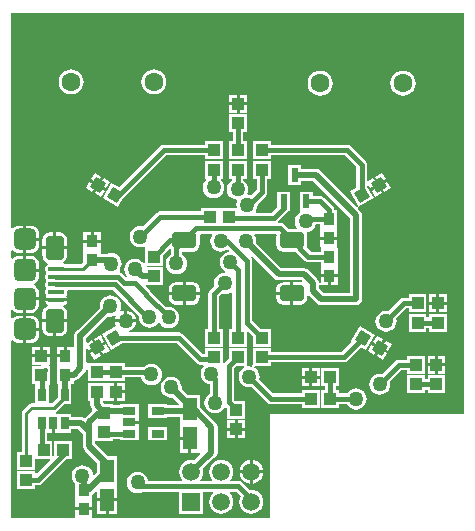
<source format=gtl>
%FSLAX25Y25*%
%MOIN*%
G70*
G01*
G75*
G04 Layer_Physical_Order=1*
G04 Layer_Color=255*
%ADD10P,0.05568X4X345.0*%
%ADD11R,0.03937X0.03937*%
%ADD12R,0.02362X0.04528*%
%ADD13P,0.05568X4X285.0*%
%ADD14R,0.04724X0.07677*%
%ADD15R,0.03740X0.03937*%
G04:AMPARAMS|DCode=16|XSize=74.8mil|YSize=74.8mil|CornerRadius=18.7mil|HoleSize=0mil|Usage=FLASHONLY|Rotation=270.000|XOffset=0mil|YOffset=0mil|HoleType=Round|Shape=RoundedRectangle|*
%AMROUNDEDRECTD16*
21,1,0.07480,0.03740,0,0,270.0*
21,1,0.03740,0.07480,0,0,270.0*
1,1,0.03740,-0.01870,-0.01870*
1,1,0.03740,-0.01870,0.01870*
1,1,0.03740,0.01870,0.01870*
1,1,0.03740,0.01870,-0.01870*
%
%ADD16ROUNDEDRECTD16*%
G04:AMPARAMS|DCode=17|XSize=15.75mil|YSize=53.15mil|CornerRadius=3.94mil|HoleSize=0mil|Usage=FLASHONLY|Rotation=270.000|XOffset=0mil|YOffset=0mil|HoleType=Round|Shape=RoundedRectangle|*
%AMROUNDEDRECTD17*
21,1,0.01575,0.04528,0,0,270.0*
21,1,0.00787,0.05315,0,0,270.0*
1,1,0.00787,-0.02264,-0.00394*
1,1,0.00787,-0.02264,0.00394*
1,1,0.00787,0.02264,0.00394*
1,1,0.00787,0.02264,-0.00394*
%
%ADD17ROUNDEDRECTD17*%
G04:AMPARAMS|DCode=18|XSize=70.87mil|YSize=74.8mil|CornerRadius=17.72mil|HoleSize=0mil|Usage=FLASHONLY|Rotation=270.000|XOffset=0mil|YOffset=0mil|HoleType=Round|Shape=RoundedRectangle|*
%AMROUNDEDRECTD18*
21,1,0.07087,0.03937,0,0,270.0*
21,1,0.03543,0.07480,0,0,270.0*
1,1,0.03543,-0.01969,-0.01772*
1,1,0.03543,-0.01969,0.01772*
1,1,0.03543,0.01969,0.01772*
1,1,0.03543,0.01969,-0.01772*
%
%ADD18ROUNDEDRECTD18*%
G04:AMPARAMS|DCode=19|XSize=82.68mil|YSize=62.99mil|CornerRadius=15.75mil|HoleSize=0mil|Usage=FLASHONLY|Rotation=270.000|XOffset=0mil|YOffset=0mil|HoleType=Round|Shape=RoundedRectangle|*
%AMROUNDEDRECTD19*
21,1,0.08268,0.03150,0,0,270.0*
21,1,0.05118,0.06299,0,0,270.0*
1,1,0.03150,-0.01575,-0.02559*
1,1,0.03150,-0.01575,0.02559*
1,1,0.03150,0.01575,0.02559*
1,1,0.03150,0.01575,-0.02559*
%
%ADD19ROUNDEDRECTD19*%
%ADD20R,0.03937X0.03937*%
G04:AMPARAMS|DCode=21|XSize=83mil|YSize=55mil|CornerRadius=13.75mil|HoleSize=0mil|Usage=FLASHONLY|Rotation=180.000|XOffset=0mil|YOffset=0mil|HoleType=Round|Shape=RoundedRectangle|*
%AMROUNDEDRECTD21*
21,1,0.08300,0.02750,0,0,180.0*
21,1,0.05550,0.05500,0,0,180.0*
1,1,0.02750,-0.02775,0.01375*
1,1,0.02750,0.02775,0.01375*
1,1,0.02750,0.02775,-0.01375*
1,1,0.02750,-0.02775,-0.01375*
%
%ADD21ROUNDEDRECTD21*%
%ADD22R,0.04331X0.02559*%
%ADD23R,0.02559X0.04331*%
%ADD24C,0.02000*%
%ADD25C,0.01500*%
%ADD26C,0.01000*%
%ADD27C,0.06299*%
%ADD28R,0.05906X0.05906*%
%ADD29C,0.05906*%
%ADD30C,0.05000*%
G36*
X549000Y259800D02*
X484100D01*
Y225000D01*
X424970D01*
Y225000D01*
Y225182D01*
X424970Y225354D01*
X424970Y225354D01*
X424970D01*
Y227650D01*
X419230D01*
Y225354D01*
X419230Y225354D01*
X419230D01*
X419230Y225182D01*
X419048Y225000D01*
X398000D01*
Y284195D01*
X398474Y284356D01*
X398523Y284291D01*
X399102Y283847D01*
X399777Y283567D01*
X400500Y283472D01*
X401968D01*
Y288039D01*
Y292607D01*
X400500D01*
X399777Y292511D01*
X399102Y292232D01*
X398523Y291788D01*
X398474Y291723D01*
X398000Y291884D01*
Y294300D01*
X398474Y294460D01*
X398552Y294359D01*
X399151Y293899D01*
X399849Y293609D01*
X400598Y293511D01*
X401968D01*
Y298276D01*
X402468D01*
Y298776D01*
X407233D01*
Y300146D01*
X407135Y300895D01*
X406846Y301593D01*
X406386Y302193D01*
X405786Y302653D01*
X405551Y302750D01*
Y303250D01*
X405786Y303347D01*
X406386Y303807D01*
X406846Y304407D01*
X407135Y305105D01*
X407233Y305854D01*
Y307224D01*
X402468D01*
Y307724D01*
X401968D01*
Y312489D01*
X400598D01*
X399849Y312391D01*
X399151Y312102D01*
X398552Y311641D01*
X398474Y311540D01*
X398000Y311701D01*
Y314142D01*
X398474Y314303D01*
X398543Y314212D01*
X399122Y313768D01*
X399796Y313489D01*
X400520Y313393D01*
X401988D01*
Y317961D01*
Y322528D01*
X400520D01*
X399796Y322433D01*
X399122Y322153D01*
X398543Y321709D01*
X398474Y321619D01*
X398000Y321779D01*
Y393500D01*
X549000D01*
Y259800D01*
D02*
G37*
%LPC*%
G36*
X426504Y281323D02*
X424366Y280089D01*
X425601Y277951D01*
X427738Y279186D01*
X426504Y281323D01*
D02*
G37*
G36*
X517992Y282927D02*
X516758Y280789D01*
X518896Y279555D01*
X520130Y281693D01*
X517992Y282927D01*
D02*
G37*
G36*
X429508Y283058D02*
X427370Y281823D01*
X428604Y279685D01*
X430742Y280920D01*
X429508Y283058D01*
D02*
G37*
G36*
X415500Y282118D02*
X413130D01*
Y279650D01*
X415500D01*
Y282118D01*
D02*
G37*
G36*
X520996Y281193D02*
X519762Y279055D01*
X521899Y277821D01*
X523134Y279959D01*
X520996Y281193D01*
D02*
G37*
G36*
X542668Y275648D02*
X540200D01*
Y273180D01*
X542668D01*
Y275648D01*
D02*
G37*
G36*
X539200D02*
X536731D01*
Y273180D01*
X539200D01*
Y275648D01*
D02*
G37*
G36*
X542668Y279117D02*
X540200D01*
Y276648D01*
X542668D01*
Y279117D01*
D02*
G37*
G36*
X539200D02*
X536731D01*
Y276648D01*
X539200D01*
Y279117D01*
D02*
G37*
G36*
X407500Y282217D02*
X405031D01*
Y279748D01*
X407500D01*
Y282217D01*
D02*
G37*
G36*
X412008Y290295D02*
X408336D01*
Y288236D01*
X408425Y287564D01*
X408684Y286938D01*
X409097Y286400D01*
X409635Y285987D01*
X410261Y285728D01*
X410933Y285639D01*
X412008D01*
Y290295D01*
D02*
G37*
G36*
X407233Y287539D02*
X402969D01*
Y283472D01*
X404437D01*
X405161Y283567D01*
X405835Y283847D01*
X406414Y284291D01*
X406858Y284870D01*
X407137Y285544D01*
X407233Y286268D01*
Y287539D01*
D02*
G37*
G36*
X416680Y290295D02*
X413008D01*
Y285639D01*
X414083D01*
X414755Y285728D01*
X415381Y285987D01*
X415919Y286400D01*
X416332Y286938D01*
X416591Y287564D01*
X416680Y288236D01*
Y290295D01*
D02*
G37*
G36*
X416664Y297382D02*
X409336D01*
X409423Y296944D01*
X409731Y296483D01*
X410066Y296260D01*
X410017Y295762D01*
X409635Y295603D01*
X409097Y295191D01*
X408684Y294653D01*
X408425Y294026D01*
X408336Y293354D01*
Y291295D01*
X416680D01*
Y293354D01*
X416591Y294026D01*
X416332Y294653D01*
X415919Y295191D01*
X415381Y295603D01*
X415601Y296134D01*
X415808Y296175D01*
X416269Y296483D01*
X416577Y296944D01*
X416664Y297382D01*
D02*
G37*
G36*
X404437Y292607D02*
X402969D01*
Y288539D01*
X407233D01*
Y289811D01*
X407137Y290535D01*
X406858Y291209D01*
X406414Y291788D01*
X405835Y292232D01*
X405161Y292511D01*
X404437Y292607D01*
D02*
G37*
G36*
X522730Y284197D02*
X521496Y282059D01*
X523634Y280825D01*
X524868Y282962D01*
X522730Y284197D01*
D02*
G37*
G36*
X410968Y282217D02*
X408500D01*
Y279748D01*
X410968D01*
Y282217D01*
D02*
G37*
G36*
X439564Y290300D02*
X432636D01*
X432690Y289886D01*
X433020Y289090D01*
X428258Y286341D01*
X431226Y281199D01*
X435159Y283470D01*
X453007D01*
X459738Y276738D01*
X460317Y276351D01*
X461000Y276216D01*
X461743D01*
X462104Y275746D01*
X461543Y275015D01*
X461190Y274164D01*
X461070Y273250D01*
X461190Y272336D01*
X461543Y271485D01*
X462104Y270754D01*
X462835Y270193D01*
X463686Y269840D01*
X464116Y269784D01*
Y266543D01*
X463404Y265996D01*
X462843Y265265D01*
X462490Y264414D01*
X462370Y263500D01*
X462490Y262586D01*
X462843Y261735D01*
X463404Y261004D01*
X464135Y260443D01*
X464986Y260090D01*
X465900Y259970D01*
X466814Y260090D01*
X467665Y260443D01*
X468396Y261004D01*
X468957Y261735D01*
X469088Y262049D01*
X469578Y262147D01*
X470031Y261693D01*
Y258279D01*
X475969D01*
Y264216D01*
X472555D01*
X472384Y264387D01*
Y275113D01*
X473055Y275783D01*
X475524D01*
X475621Y275293D01*
X475535Y275257D01*
X474804Y274696D01*
X474243Y273965D01*
X473890Y273114D01*
X473770Y272200D01*
X473890Y271286D01*
X474243Y270435D01*
X474804Y269704D01*
X475535Y269143D01*
X476386Y268790D01*
X477300Y268670D01*
X478190Y268787D01*
X483338Y263638D01*
X483917Y263251D01*
X484600Y263116D01*
X484600Y263116D01*
X494883D01*
Y261931D01*
X500820D01*
Y267868D01*
X494883D01*
Y266684D01*
X485339D01*
X480713Y271310D01*
X480830Y272200D01*
X480710Y273114D01*
X480357Y273965D01*
X479796Y274696D01*
X479065Y275257D01*
X478979Y275293D01*
X479076Y275783D01*
X484469D01*
Y276968D01*
X508815D01*
X509498Y277103D01*
X510077Y277490D01*
X514614Y282027D01*
X516274Y281069D01*
X519242Y286211D01*
X514101Y289179D01*
X511132Y284037D01*
X511132Y284037D01*
X511184Y283644D01*
X508076Y280536D01*
X484469D01*
Y281720D01*
X478532D01*
Y276377D01*
X478252Y275702D01*
X478156Y275618D01*
X477300Y275730D01*
X476844Y275670D01*
X476469Y276000D01*
Y281720D01*
X470532D01*
Y278307D01*
X469338Y277114D01*
X468952Y276535D01*
X468469Y276631D01*
Y281720D01*
X462532D01*
Y279784D01*
X461739D01*
X455007Y286516D01*
X454428Y286903D01*
X453746Y287039D01*
X437447D01*
X437349Y287529D01*
X437865Y287743D01*
X438596Y288304D01*
X439157Y289035D01*
X439510Y289886D01*
X439564Y290300D01*
D02*
G37*
G36*
X427774Y286061D02*
X425636Y284827D01*
X426870Y282689D01*
X429008Y283924D01*
X427774Y286061D01*
D02*
G37*
G36*
X519726Y285931D02*
X518492Y283793D01*
X520630Y282559D01*
X521864Y284697D01*
X519726Y285931D01*
D02*
G37*
G36*
X535769Y279117D02*
X529832D01*
Y277932D01*
X527248D01*
X526565Y277797D01*
X525986Y277410D01*
X521690Y273113D01*
X520800Y273230D01*
X519886Y273110D01*
X519035Y272757D01*
X518304Y272196D01*
X517743Y271465D01*
X517390Y270614D01*
X517270Y269700D01*
X517390Y268786D01*
X517743Y267935D01*
X518304Y267204D01*
X519035Y266643D01*
X519886Y266290D01*
X520800Y266170D01*
X521714Y266290D01*
X522565Y266643D01*
X523296Y267204D01*
X523857Y267935D01*
X524210Y268786D01*
X524330Y269700D01*
X524213Y270590D01*
X527987Y274364D01*
X529832D01*
Y273180D01*
X535769D01*
Y279117D01*
D02*
G37*
G36*
X457000Y251177D02*
X454138D01*
Y246839D01*
X457000D01*
Y251177D01*
D02*
G37*
G36*
X478500Y244421D02*
Y241000D01*
X481921D01*
X481851Y241532D01*
X481453Y242493D01*
X480819Y243319D01*
X479993Y243953D01*
X479032Y244351D01*
X478500Y244421D01*
D02*
G37*
G36*
X449890Y255539D02*
X443559D01*
Y250980D01*
X449890D01*
Y255539D01*
D02*
G37*
G36*
X475969Y254252D02*
X473500D01*
Y251783D01*
X475969D01*
Y254252D01*
D02*
G37*
G36*
X472500D02*
X470031D01*
Y251783D01*
X472500D01*
Y254252D01*
D02*
G37*
G36*
X433362Y230677D02*
X430500D01*
Y226339D01*
X433362D01*
Y230677D01*
D02*
G37*
G36*
X429500D02*
X426638D01*
Y226339D01*
X429500D01*
Y230677D01*
D02*
G37*
G36*
X477500Y240000D02*
X474079D01*
X474149Y239468D01*
X474547Y238507D01*
X475181Y237681D01*
X476007Y237047D01*
X476968Y236649D01*
X477500Y236579D01*
Y240000D01*
D02*
G37*
G36*
Y244421D02*
X476968Y244351D01*
X476007Y243953D01*
X475181Y243319D01*
X474547Y242493D01*
X474149Y241532D01*
X474079Y241000D01*
X477500D01*
Y244421D01*
D02*
G37*
G36*
X481921Y240000D02*
X478500D01*
Y236579D01*
X479032Y236649D01*
X479993Y237047D01*
X480819Y237681D01*
X481453Y238507D01*
X481851Y239468D01*
X481921Y240000D01*
D02*
G37*
G36*
X472500Y257720D02*
X470031D01*
Y255252D01*
X472500D01*
Y257720D01*
D02*
G37*
G36*
X500820Y271500D02*
X498352D01*
Y269032D01*
X500820D01*
Y271500D01*
D02*
G37*
G36*
X497352D02*
X494883D01*
Y269032D01*
X497352D01*
Y271500D01*
D02*
G37*
G36*
X542668Y272621D02*
X536731D01*
Y271436D01*
X535769D01*
Y272621D01*
X529832D01*
Y266684D01*
X535769D01*
Y267868D01*
X536731D01*
Y266684D01*
X542668D01*
Y272621D01*
D02*
G37*
G36*
X500820Y274969D02*
X498352D01*
Y272500D01*
X500820D01*
Y274969D01*
D02*
G37*
G36*
X497352D02*
X494883D01*
Y272500D01*
X497352D01*
Y274969D01*
D02*
G37*
G36*
X507316D02*
X501379D01*
Y269032D01*
X502564D01*
Y267868D01*
X501379D01*
Y261931D01*
X507316D01*
Y263116D01*
X509809D01*
X509843Y263035D01*
X510404Y262304D01*
X511135Y261743D01*
X511986Y261390D01*
X512900Y261270D01*
X513814Y261390D01*
X514665Y261743D01*
X515396Y262304D01*
X515957Y263035D01*
X516310Y263886D01*
X516430Y264800D01*
X516310Y265714D01*
X515957Y266565D01*
X515396Y267296D01*
X514665Y267857D01*
X513814Y268210D01*
X512900Y268330D01*
X511986Y268210D01*
X511135Y267857D01*
X510404Y267296D01*
X509934Y266684D01*
X507316D01*
Y267868D01*
X506132D01*
Y269032D01*
X507316D01*
Y274969D01*
D02*
G37*
G36*
X475969Y257720D02*
X473500D01*
Y255252D01*
X475969D01*
Y257720D01*
D02*
G37*
G36*
X451300Y272230D02*
X450386Y272110D01*
X449535Y271757D01*
X448804Y271196D01*
X448243Y270465D01*
X447890Y269614D01*
X447770Y268700D01*
X447890Y267786D01*
X448243Y266935D01*
X448804Y266204D01*
X449535Y265643D01*
X450386Y265290D01*
X451300Y265170D01*
X451871Y265245D01*
X453875Y263241D01*
X453684Y262779D01*
X449890D01*
Y263020D01*
X443559D01*
Y258461D01*
X449890D01*
Y258701D01*
X454138D01*
Y256484D01*
Y252177D01*
X457500D01*
Y251677D01*
X458000D01*
Y246839D01*
X460801D01*
X460802Y246839D01*
X460993Y246377D01*
X458975Y244358D01*
X458000Y244487D01*
X456968Y244351D01*
X456007Y243953D01*
X455181Y243319D01*
X454547Y242493D01*
X454149Y241532D01*
X454013Y240500D01*
X454149Y239468D01*
X454547Y238507D01*
X454988Y237933D01*
X454767Y237484D01*
X443566D01*
X443510Y237914D01*
X443157Y238765D01*
X442596Y239496D01*
X441865Y240057D01*
X441014Y240410D01*
X440100Y240530D01*
X439186Y240410D01*
X438335Y240057D01*
X437604Y239496D01*
X437043Y238765D01*
X436690Y237914D01*
X436570Y237000D01*
X436690Y236086D01*
X437043Y235235D01*
X437604Y234504D01*
X438335Y233943D01*
X439186Y233590D01*
X440100Y233470D01*
X441014Y233590D01*
X441800Y233916D01*
X454047D01*
Y226547D01*
X461953D01*
Y233916D01*
X465181D01*
X465341Y233442D01*
X465181Y233319D01*
X464547Y232493D01*
X464149Y231532D01*
X464013Y230500D01*
X464149Y229468D01*
X464547Y228507D01*
X465181Y227681D01*
X466007Y227047D01*
X466968Y226649D01*
X468000Y226513D01*
X469032Y226649D01*
X469993Y227047D01*
X470819Y227681D01*
X471453Y228507D01*
X471851Y229468D01*
X471987Y230500D01*
X471851Y231532D01*
X471453Y232493D01*
X470819Y233319D01*
X470659Y233442D01*
X470819Y233916D01*
X472861D01*
X474470Y232307D01*
X474149Y231532D01*
X474013Y230500D01*
X474149Y229468D01*
X474547Y228507D01*
X475181Y227681D01*
X476007Y227047D01*
X476968Y226649D01*
X478000Y226513D01*
X479032Y226649D01*
X479993Y227047D01*
X480819Y227681D01*
X481453Y228507D01*
X481851Y229468D01*
X481987Y230500D01*
X481851Y231532D01*
X481453Y232493D01*
X480819Y233319D01*
X479993Y233953D01*
X479032Y234351D01*
X478000Y234487D01*
X477414Y234410D01*
X474862Y236962D01*
X474283Y237349D01*
X473600Y237484D01*
X471234D01*
X471012Y237933D01*
X471453Y238507D01*
X471851Y239468D01*
X471987Y240500D01*
X471851Y241532D01*
X471453Y242493D01*
X470819Y243319D01*
X469993Y243953D01*
X469032Y244351D01*
X468000Y244487D01*
X466968Y244351D01*
X466007Y243953D01*
X465181Y243319D01*
X464547Y242493D01*
X464149Y241532D01*
X464013Y240500D01*
X464149Y239468D01*
X464547Y238507D01*
X464988Y237933D01*
X464767Y237484D01*
X461234D01*
X461012Y237933D01*
X461453Y238507D01*
X461851Y239468D01*
X461987Y240500D01*
X461859Y241475D01*
X465380Y244996D01*
X465480Y245016D01*
X466142Y245458D01*
X466584Y246120D01*
X466739Y246900D01*
X466739Y246900D01*
X466739Y246900D01*
Y246900D01*
Y255400D01*
X466739Y255400D01*
X466584Y256180D01*
X466142Y256842D01*
X460862Y262122D01*
Y266161D01*
X456722D01*
X454755Y268129D01*
X454830Y268700D01*
X454710Y269614D01*
X454357Y270465D01*
X453796Y271196D01*
X453065Y271757D01*
X452214Y272110D01*
X451300Y272230D01*
D02*
G37*
G36*
X435769Y270220D02*
X433300D01*
Y267752D01*
X435769D01*
Y270220D01*
D02*
G37*
G36*
Y266752D02*
X433300D01*
Y264283D01*
X435769D01*
Y266752D01*
D02*
G37*
G36*
X424029Y337175D02*
X422795Y335037D01*
X424933Y333803D01*
X426167Y335941D01*
X424029Y337175D01*
D02*
G37*
G36*
X520239Y335441D02*
X518101Y334207D01*
X519335Y332069D01*
X521473Y333303D01*
X520239Y335441D01*
D02*
G37*
G36*
X523243Y337175D02*
X521105Y335941D01*
X522339Y333803D01*
X524477Y335037D01*
X523243Y337175D01*
D02*
G37*
G36*
X425763Y340179D02*
X424529Y338041D01*
X426667Y336807D01*
X427901Y338945D01*
X425763Y340179D01*
D02*
G37*
G36*
X428767Y338445D02*
X427533Y336307D01*
X429671Y335073D01*
X430905Y337211D01*
X428767Y338445D01*
D02*
G37*
G36*
X404457Y322528D02*
X402988D01*
Y318461D01*
X407252D01*
Y319732D01*
X407157Y320456D01*
X406878Y321130D01*
X406433Y321709D01*
X405855Y322153D01*
X405180Y322433D01*
X404457Y322528D01*
D02*
G37*
G36*
X427770Y320318D02*
X425400D01*
Y317850D01*
X427770D01*
Y320318D01*
D02*
G37*
G36*
X484569Y350716D02*
X478631D01*
Y344779D01*
X484569D01*
Y345964D01*
X509113D01*
X513012Y342065D01*
Y335274D01*
X510741Y333962D01*
X513533Y329127D01*
D01*
X513635Y328950D01*
X513619Y328938D01*
D01*
X513238Y328646D01*
X500913Y340971D01*
X500251Y341413D01*
X499471Y341568D01*
X494681D01*
Y342793D01*
X490319D01*
Y336265D01*
X494681D01*
Y337490D01*
X498626D01*
X510861Y325255D01*
Y300139D01*
X502145D01*
X500639Y301645D01*
Y302882D01*
X501130D01*
Y302882D01*
X503500D01*
Y305350D01*
X501130D01*
Y303584D01*
X500632Y303535D01*
X500484Y304280D01*
X500042Y304942D01*
X497142Y307842D01*
X496480Y308284D01*
X495700Y308439D01*
X487945D01*
X479555Y316829D01*
X479630Y317400D01*
X479510Y318314D01*
X479157Y319165D01*
X478925Y319467D01*
X479146Y319916D01*
X486077D01*
X486394Y319529D01*
X486304Y319075D01*
Y316325D01*
X486488Y315398D01*
X487013Y314613D01*
X487798Y314088D01*
X488725Y313903D01*
X492773D01*
X495789Y310888D01*
X495789Y310888D01*
X496078Y310695D01*
X496368Y310501D01*
X497050Y310365D01*
X497050Y310365D01*
X501130D01*
Y309181D01*
X501130Y309181D01*
X501130Y308819D01*
X501130D01*
Y306350D01*
X506870D01*
Y308819D01*
D01*
Y308819D01*
X506870Y308819D01*
Y309181D01*
X506870D01*
Y315118D01*
X506670D01*
Y315482D01*
X506670D01*
Y317950D01*
X500930D01*
Y315482D01*
X501130D01*
Y315118D01*
X501130D01*
Y313934D01*
X497789D01*
X496437Y315286D01*
X496512Y315398D01*
X496697Y316325D01*
Y319075D01*
X496512Y320002D01*
X496454Y320088D01*
X496661Y320544D01*
X497014Y320590D01*
X497865Y320943D01*
X498596Y321504D01*
X499157Y322235D01*
X499460Y322965D01*
X500930D01*
Y321781D01*
X500930Y321781D01*
X500930Y321419D01*
X500930D01*
Y318950D01*
X506670D01*
Y321419D01*
D01*
Y321419D01*
X506670Y321419D01*
Y321781D01*
X506670D01*
Y327718D01*
X505584D01*
Y327800D01*
X505448Y328483D01*
X505062Y329062D01*
X505062Y329062D01*
X502191Y331932D01*
X501612Y332319D01*
X500929Y332455D01*
X498421D01*
Y333935D01*
X494059D01*
Y327407D01*
X494059D01*
X494059Y326846D01*
X493604Y326496D01*
X493043Y325765D01*
X492690Y324914D01*
X492570Y324000D01*
X492690Y323086D01*
X493043Y322235D01*
X493265Y321945D01*
X493044Y321497D01*
X490227D01*
X488762Y322962D01*
X488183Y323348D01*
X487500Y323484D01*
X487132D01*
X487077Y323566D01*
X486920Y323946D01*
X490022Y327048D01*
X490261Y327407D01*
X490941D01*
Y333935D01*
X486579D01*
Y328652D01*
X484861Y326934D01*
X479670D01*
X479449Y327383D01*
X479642Y327635D01*
X479995Y328486D01*
X480115Y329400D01*
X480070Y329747D01*
X482862Y332538D01*
X483248Y333117D01*
X483384Y333800D01*
X483384Y333800D01*
Y338283D01*
X484569D01*
Y344220D01*
X478631D01*
Y338283D01*
X479816D01*
Y334539D01*
X477914Y332638D01*
X477499Y332810D01*
X476869Y332893D01*
X476619Y333326D01*
X476810Y333786D01*
X476930Y334700D01*
X476810Y335614D01*
X476457Y336465D01*
X475896Y337196D01*
X475384Y337589D01*
Y338283D01*
X476569D01*
Y344220D01*
X470632D01*
Y338283D01*
X471624D01*
X471721Y337793D01*
X471635Y337757D01*
X470904Y337196D01*
X470343Y336465D01*
X469990Y335614D01*
X469870Y334700D01*
X469990Y333786D01*
X470343Y332935D01*
X470904Y332204D01*
X471635Y331643D01*
X472486Y331290D01*
X473116Y331207D01*
X473366Y330774D01*
X473175Y330314D01*
X473055Y329400D01*
X473115Y328944D01*
X472785Y328569D01*
X467680D01*
Y323484D01*
X467121D01*
Y328569D01*
X461184D01*
Y327384D01*
X447700D01*
X447017Y327249D01*
X446438Y326862D01*
X441890Y322313D01*
X441000Y322430D01*
X440086Y322310D01*
X439235Y321957D01*
X438504Y321396D01*
X437943Y320665D01*
X437590Y319814D01*
X437470Y318900D01*
X437590Y317986D01*
X437943Y317135D01*
X438504Y316404D01*
X439235Y315843D01*
X440086Y315490D01*
X441000Y315370D01*
X441914Y315490D01*
X442018Y315533D01*
X442455Y315352D01*
X442481Y315338D01*
X442531Y315216D01*
D01*
D01*
Y315216D01*
X442531D01*
X442531D01*
D01*
Y310185D01*
X442058Y310025D01*
X441696Y310496D01*
X440965Y311057D01*
X440114Y311410D01*
X439200Y311530D01*
X438286Y311410D01*
X437435Y311057D01*
X436704Y310496D01*
X436143Y309765D01*
X435790Y308914D01*
X435670Y308000D01*
X435790Y307086D01*
X436143Y306235D01*
X436605Y305633D01*
X436559Y305539D01*
X436065Y305458D01*
X434703Y306821D01*
X434124Y307207D01*
X434291Y308049D01*
X434357Y308135D01*
X434710Y308986D01*
X434830Y309900D01*
X434710Y310814D01*
X434357Y311665D01*
X433796Y312396D01*
X433065Y312957D01*
X432214Y313310D01*
X431300Y313430D01*
X430386Y313310D01*
X429820Y313075D01*
X429750Y313090D01*
X427770D01*
Y314019D01*
D01*
Y314019D01*
X427770Y314019D01*
Y314381D01*
X427770D01*
Y316850D01*
X422030D01*
Y314381D01*
X422030Y314381D01*
X422030Y314019D01*
X422030D01*
Y310343D01*
X421334Y309647D01*
X416073D01*
X415808Y309825D01*
X415601Y309866D01*
X415381Y310397D01*
X415919Y310809D01*
X416332Y311347D01*
X416591Y311974D01*
X416680Y312646D01*
Y314705D01*
X408336D01*
Y312646D01*
X408425Y311974D01*
X408684Y311347D01*
X409097Y310809D01*
X409635Y310397D01*
X410017Y310238D01*
X410066Y309740D01*
X409731Y309517D01*
X409423Y309056D01*
X409315Y308512D01*
Y307724D01*
X409423Y307181D01*
X409652Y306839D01*
X409423Y306497D01*
X409315Y305953D01*
Y305165D01*
X409423Y304622D01*
X409652Y304279D01*
X409423Y303938D01*
X409315Y303394D01*
Y302606D01*
X409423Y302063D01*
X409652Y301720D01*
X409423Y301378D01*
X409315Y300835D01*
Y300047D01*
X409423Y299503D01*
X409652Y299161D01*
X409423Y298819D01*
X409336Y298382D01*
X416664D01*
X416577Y298819D01*
X416348Y299161D01*
X416577Y299503D01*
X416685Y300047D01*
Y300835D01*
X416997Y301216D01*
X431725D01*
X440513Y292428D01*
X440470Y292100D01*
X440590Y291186D01*
X440943Y290335D01*
X441504Y289604D01*
X442235Y289043D01*
X443086Y288690D01*
X444000Y288570D01*
X444914Y288690D01*
X445765Y289043D01*
X446496Y289604D01*
X446812Y290015D01*
X447126Y290145D01*
X447412D01*
X447904Y289504D01*
X448635Y288943D01*
X449486Y288590D01*
X450400Y288470D01*
X451314Y288590D01*
X452165Y288943D01*
X452896Y289504D01*
X453457Y290235D01*
X453810Y291086D01*
X453930Y292000D01*
X453810Y292914D01*
X453457Y293765D01*
X452896Y294496D01*
X452165Y295057D01*
X451314Y295410D01*
X450400Y295530D01*
X449510Y295413D01*
X444263Y300660D01*
X444062Y300962D01*
X442702Y302322D01*
X442893Y302783D01*
X448468D01*
Y308720D01*
X443425D01*
X443327Y309211D01*
X443493Y309279D01*
X448468D01*
Y312693D01*
X450604Y314828D01*
X451101Y314779D01*
X451213Y314613D01*
X451216Y314611D01*
Y313042D01*
X450504Y312496D01*
X449943Y311765D01*
X449590Y310914D01*
X449470Y310000D01*
X449590Y309086D01*
X449943Y308235D01*
X450504Y307504D01*
X451235Y306943D01*
X452086Y306590D01*
X453000Y306470D01*
X453914Y306590D01*
X454765Y306943D01*
X455496Y307504D01*
X456057Y308235D01*
X456410Y309086D01*
X456530Y310000D01*
X456410Y310914D01*
X456057Y311765D01*
X455496Y312496D01*
X454784Y313042D01*
Y313903D01*
X458475D01*
X459402Y314088D01*
X460187Y314613D01*
X460712Y315398D01*
X460896Y316325D01*
Y319075D01*
X460806Y319529D01*
X461123Y319916D01*
X464753D01*
X464975Y319467D01*
X464743Y319165D01*
X464390Y318314D01*
X464270Y317400D01*
X464390Y316486D01*
X464743Y315635D01*
X465304Y314904D01*
X466035Y314343D01*
X466886Y313990D01*
X467800Y313870D01*
X468714Y313990D01*
X469565Y314343D01*
X470119Y314768D01*
X470562Y314325D01*
X470401Y313851D01*
X470086Y313810D01*
X469235Y313457D01*
X468504Y312896D01*
X467943Y312165D01*
X467590Y311314D01*
X467470Y310400D01*
X467590Y309486D01*
X467943Y308635D01*
X468504Y307904D01*
X469235Y307343D01*
X469342Y307298D01*
X469213Y306815D01*
X469100Y306830D01*
X468186Y306710D01*
X467335Y306357D01*
X466604Y305796D01*
X466043Y305065D01*
X465690Y304214D01*
X465570Y303300D01*
X465687Y302410D01*
X464238Y300962D01*
X463851Y300383D01*
X463716Y299700D01*
Y288216D01*
X462532D01*
Y282279D01*
X468469D01*
Y288216D01*
X467284D01*
Y298961D01*
X468210Y299887D01*
X469100Y299770D01*
X470014Y299890D01*
X470865Y300243D01*
X471267Y300551D01*
X471716Y300330D01*
Y288216D01*
X470532D01*
Y282279D01*
X476469D01*
Y287103D01*
X476930Y287294D01*
X478532Y285693D01*
Y282279D01*
X484469D01*
Y288216D01*
X481055D01*
X478284Y290987D01*
Y310910D01*
X478149Y311593D01*
X477805Y312108D01*
X478191Y312425D01*
X485658Y304958D01*
X486320Y304516D01*
X487100Y304361D01*
X494737D01*
X494994Y303932D01*
X494859Y303680D01*
X494275Y303797D01*
X492000D01*
Y300000D01*
Y296203D01*
X494275D01*
X495202Y296388D01*
X495987Y296913D01*
X496512Y297698D01*
X496697Y298625D01*
Y299050D01*
X497158Y299358D01*
X497158D01*
Y299358D01*
X497158Y299358D01*
X499858Y296658D01*
X500520Y296216D01*
X501300Y296061D01*
X501300Y296061D01*
X512900D01*
X513680Y296216D01*
X514342Y296658D01*
X514784Y297320D01*
X514939Y298100D01*
Y326100D01*
X514784Y326880D01*
X514342Y327542D01*
X513636Y328248D01*
Y328748D01*
X513709Y328821D01*
D01*
D01*
D01*
X513720Y328827D01*
X514016Y328998D01*
X514016Y328998D01*
X518851Y331789D01*
X516710Y335499D01*
X516901Y335961D01*
X517063Y336004D01*
X517601Y335073D01*
X519739Y336307D01*
X518504Y338445D01*
X517013Y337584D01*
X516580Y337834D01*
Y342804D01*
X516580Y342804D01*
X516444Y343487D01*
X516251Y343776D01*
X516058Y344066D01*
X516058Y344066D01*
X511114Y349010D01*
X510535Y349396D01*
X509852Y349532D01*
X484569D01*
Y350716D01*
D02*
G37*
G36*
X427033Y335441D02*
X425799Y333303D01*
X427936Y332069D01*
X429171Y334207D01*
X427033Y335441D01*
D02*
G37*
G36*
X468569Y344220D02*
X462632D01*
Y338283D01*
X462761D01*
X462922Y337810D01*
X462904Y337796D01*
X462343Y337065D01*
X461990Y336214D01*
X461870Y335300D01*
X461990Y334386D01*
X462343Y333535D01*
X462904Y332804D01*
X463635Y332243D01*
X464486Y331890D01*
X465400Y331770D01*
X466314Y331890D01*
X467165Y332243D01*
X467896Y332804D01*
X468457Y333535D01*
X468810Y334386D01*
X468930Y335300D01*
X468810Y336214D01*
X468457Y337065D01*
X467896Y337796D01*
X467878Y337810D01*
X468039Y338283D01*
X468569D01*
Y344220D01*
D02*
G37*
G36*
X521508Y340179D02*
X519371Y338945D01*
X520605Y336807D01*
X522743Y338041D01*
X521508Y340179D01*
D02*
G37*
G36*
X501000Y374185D02*
X499917Y374043D01*
X498907Y373625D01*
X498040Y372959D01*
X497375Y372093D01*
X496957Y371083D01*
X496815Y370000D01*
X496957Y368917D01*
X497375Y367907D01*
X498040Y367040D01*
X498907Y366375D01*
X499917Y365957D01*
X501000Y365815D01*
X502083Y365957D01*
X503093Y366375D01*
X503960Y367040D01*
X504625Y367907D01*
X505043Y368917D01*
X505185Y370000D01*
X505043Y371083D01*
X504625Y372093D01*
X503960Y372959D01*
X503093Y373625D01*
X502083Y374043D01*
X501000Y374185D01*
D02*
G37*
G36*
X476604Y366216D02*
X474136D01*
Y363748D01*
X476604D01*
Y366216D01*
D02*
G37*
G36*
X528559Y374185D02*
X527476Y374043D01*
X526466Y373625D01*
X525599Y372959D01*
X524934Y372093D01*
X524516Y371083D01*
X524374Y370000D01*
X524516Y368917D01*
X524934Y367907D01*
X525599Y367040D01*
X526466Y366375D01*
X527476Y365957D01*
X528559Y365815D01*
X529642Y365957D01*
X530652Y366375D01*
X531519Y367040D01*
X532184Y367907D01*
X532602Y368917D01*
X532745Y370000D01*
X532602Y371083D01*
X532184Y372093D01*
X531519Y372959D01*
X530652Y373625D01*
X529642Y374043D01*
X528559Y374185D01*
D02*
G37*
G36*
X445500Y374685D02*
X444417Y374543D01*
X443407Y374125D01*
X442541Y373460D01*
X441875Y372593D01*
X441457Y371583D01*
X441315Y370500D01*
X441457Y369417D01*
X441875Y368407D01*
X442541Y367541D01*
X443407Y366875D01*
X444417Y366457D01*
X445500Y366315D01*
X446583Y366457D01*
X447593Y366875D01*
X448459Y367541D01*
X449125Y368407D01*
X449543Y369417D01*
X449685Y370500D01*
X449543Y371583D01*
X449125Y372593D01*
X448459Y373460D01*
X447593Y374125D01*
X446583Y374543D01*
X445500Y374685D01*
D02*
G37*
G36*
X417941D02*
X416858Y374543D01*
X415848Y374125D01*
X414981Y373460D01*
X414316Y372593D01*
X413898Y371583D01*
X413756Y370500D01*
X413898Y369417D01*
X414316Y368407D01*
X414981Y367541D01*
X415848Y366875D01*
X416858Y366457D01*
X417941Y366315D01*
X419024Y366457D01*
X420034Y366875D01*
X420900Y367541D01*
X421566Y368407D01*
X421984Y369417D01*
X422126Y370500D01*
X421984Y371583D01*
X421566Y372593D01*
X420900Y373460D01*
X420034Y374125D01*
X419024Y374543D01*
X417941Y374685D01*
D02*
G37*
G36*
X476604Y359720D02*
X470667D01*
Y353783D01*
X471816D01*
Y350716D01*
X470632D01*
Y344779D01*
X476569D01*
Y350716D01*
X475384D01*
Y353783D01*
X476604D01*
Y359720D01*
D02*
G37*
G36*
X468569Y350716D02*
X462632D01*
Y349532D01*
X448748D01*
X448065Y349396D01*
X447486Y349010D01*
X433937Y335460D01*
X431389Y336931D01*
X428421Y331789D01*
X433562Y328821D01*
X435226Y331702D01*
X449487Y345964D01*
X462632D01*
Y344779D01*
X468569D01*
Y350716D01*
D02*
G37*
G36*
X473136Y362748D02*
X470667D01*
Y360279D01*
X473136D01*
Y362748D01*
D02*
G37*
G36*
Y366216D02*
X470667D01*
Y363748D01*
X473136D01*
Y366216D01*
D02*
G37*
G36*
X476604Y362748D02*
X474136D01*
Y360279D01*
X476604D01*
Y362748D01*
D02*
G37*
G36*
X455200Y299500D02*
X450503D01*
Y298625D01*
X450688Y297698D01*
X451213Y296913D01*
X451998Y296388D01*
X452925Y296203D01*
X455200D01*
Y299500D01*
D02*
G37*
G36*
X543069Y296248D02*
X540600D01*
Y293779D01*
X543069D01*
Y296248D01*
D02*
G37*
G36*
X460896Y299500D02*
X456200D01*
Y296203D01*
X458475D01*
X459402Y296388D01*
X460187Y296913D01*
X460712Y297698D01*
X460896Y298625D01*
Y299500D01*
D02*
G37*
G36*
X539600Y299716D02*
X537132D01*
Y297248D01*
X539600D01*
Y299716D01*
D02*
G37*
G36*
X491000Y299500D02*
X486304D01*
Y298625D01*
X486488Y297698D01*
X487013Y296913D01*
X487798Y296388D01*
X488725Y296203D01*
X491000D01*
Y299500D01*
D02*
G37*
G36*
X436600Y294264D02*
Y291300D01*
X439564D01*
X439510Y291714D01*
X439157Y292565D01*
X438596Y293296D01*
X437865Y293857D01*
X437014Y294210D01*
X436600Y294264D01*
D02*
G37*
G36*
X431000Y299330D02*
X430086Y299210D01*
X429235Y298857D01*
X428504Y298296D01*
X427943Y297565D01*
X427590Y296714D01*
X427470Y295800D01*
X427545Y295229D01*
X420161Y287845D01*
X419558Y287442D01*
X419116Y286780D01*
X418961Y286000D01*
Y282118D01*
X418961D01*
X418870D01*
X418607Y282118D01*
X418607Y282118D01*
Y282118D01*
X416500D01*
Y279150D01*
X416000D01*
Y278650D01*
X413130D01*
Y276181D01*
X413130Y276181D01*
X413130Y275819D01*
X413130D01*
Y269882D01*
X413461D01*
Y269390D01*
X413461D01*
Y265323D01*
X411467Y263329D01*
X410539D01*
Y269390D01*
X410539D01*
Y269430D01*
X410893Y269783D01*
X410968D01*
Y274159D01*
X411036Y274500D01*
X410968Y274841D01*
Y275721D01*
X410850D01*
X410552Y276122D01*
X410600Y276279D01*
X410968D01*
Y278748D01*
X405031D01*
Y276279D01*
X407904D01*
X407952Y276122D01*
X407654Y275721D01*
X405031D01*
Y269783D01*
X405980D01*
Y269390D01*
X405980D01*
Y263329D01*
X404800D01*
X404312Y263232D01*
X404215Y263213D01*
X403719Y262881D01*
X401919Y261081D01*
X401587Y260585D01*
X401471Y260000D01*
Y247217D01*
X400032D01*
Y241280D01*
X405969D01*
Y244932D01*
X410755D01*
X410946Y244470D01*
X406430Y239954D01*
X405969Y240145D01*
Y240721D01*
X400032D01*
Y234784D01*
X405969D01*
Y235968D01*
X406752D01*
X407435Y236104D01*
X408014Y236490D01*
X416455Y244932D01*
X418217D01*
Y250869D01*
X412280D01*
Y246115D01*
X411864Y245838D01*
X411721Y245897D01*
Y250869D01*
X410044D01*
Y253610D01*
X411500D01*
Y256776D01*
X412500D01*
Y253610D01*
X418020D01*
Y254736D01*
X420380D01*
X421961Y253155D01*
Y249000D01*
X421961Y249000D01*
X421961D01*
X422116Y248220D01*
X422558Y247558D01*
X426638Y243478D01*
Y240345D01*
X425661Y239367D01*
X425187Y239528D01*
X425110Y240114D01*
X424757Y240965D01*
X424196Y241696D01*
X423465Y242257D01*
X422614Y242610D01*
X421700Y242730D01*
X420786Y242610D01*
X419935Y242257D01*
X419204Y241696D01*
X418643Y240965D01*
X418290Y240114D01*
X418170Y239200D01*
X418290Y238286D01*
X418643Y237435D01*
X419204Y236704D01*
X419230Y236684D01*
Y231481D01*
X419230Y231481D01*
X419230Y231119D01*
X419230D01*
Y228650D01*
X424970D01*
Y231119D01*
D01*
Y231119D01*
X424970Y231119D01*
Y231481D01*
X424970D01*
Y232942D01*
X425069Y233008D01*
X426176Y234115D01*
X426638Y233924D01*
Y231677D01*
X433362D01*
Y235984D01*
Y245661D01*
X430222D01*
X426039Y249845D01*
Y250783D01*
X431968D01*
Y251476D01*
X434110D01*
Y250980D01*
X440441D01*
Y254720D01*
Y256500D01*
X437276D01*
Y257500D01*
X440441D01*
Y258461D01*
Y263020D01*
X434110D01*
Y262779D01*
X431968D01*
Y263216D01*
X428915D01*
X428439Y263693D01*
Y264283D01*
X429368D01*
Y264283D01*
X429368D01*
X429368Y264283D01*
X429832D01*
Y264283D01*
X432300D01*
Y267252D01*
Y270220D01*
X429832D01*
D01*
D01*
X429832Y270220D01*
X429368D01*
Y270220D01*
X423431D01*
Y264283D01*
X424361D01*
Y262848D01*
X424361Y262848D01*
X424361D01*
X424516Y262068D01*
X424958Y261406D01*
X424990Y261374D01*
Y260874D01*
X422558Y258442D01*
X422383Y258407D01*
X422005Y258660D01*
X421224Y258815D01*
X418020D01*
Y259941D01*
X412879D01*
X412734Y260419D01*
X413181Y260719D01*
X415522Y263059D01*
X418020D01*
Y266386D01*
X418039Y266484D01*
Y269882D01*
X418870D01*
Y270815D01*
X419631Y270966D01*
X420292Y271409D01*
X422442Y273558D01*
X422884Y274220D01*
X422934Y274471D01*
X423431Y274422D01*
Y270779D01*
X429368D01*
Y270779D01*
X429368D01*
X429368Y270779D01*
X429832D01*
Y270779D01*
X435769D01*
Y271964D01*
X441341D01*
X441643Y271235D01*
X442204Y270504D01*
X442935Y269943D01*
X443786Y269590D01*
X444700Y269470D01*
X445614Y269590D01*
X446465Y269943D01*
X447196Y270504D01*
X447757Y271235D01*
X448110Y272086D01*
X448230Y273000D01*
X448110Y273914D01*
X447757Y274765D01*
X447196Y275496D01*
X446465Y276057D01*
X445614Y276410D01*
X444700Y276530D01*
X443786Y276410D01*
X442935Y276057D01*
X442251Y275532D01*
X435769D01*
Y276716D01*
X429832D01*
D01*
D01*
X429832Y276717D01*
X429368D01*
Y276716D01*
X423431D01*
Y276716D01*
X423393D01*
X423039Y277070D01*
Y281422D01*
X423522Y281551D01*
X423866Y280955D01*
X426004Y282189D01*
X424770Y284327D01*
X423472Y283578D01*
X423039Y283828D01*
Y284955D01*
X430429Y292345D01*
X431000Y292270D01*
X431914Y292390D01*
X432585Y292668D01*
X432939Y292315D01*
X432690Y291714D01*
X432636Y291300D01*
X435600D01*
Y294264D01*
X435186Y294210D01*
X434515Y293932D01*
X434161Y294285D01*
X434410Y294886D01*
X434530Y295800D01*
X434410Y296714D01*
X434057Y297565D01*
X433496Y298296D01*
X432765Y298857D01*
X431914Y299210D01*
X431000Y299330D01*
D02*
G37*
G36*
X543069Y293220D02*
X537132D01*
Y292036D01*
X536369D01*
Y293220D01*
X530432D01*
Y287283D01*
X536369D01*
Y288468D01*
X537132D01*
Y287283D01*
X543069D01*
Y293220D01*
D02*
G37*
G36*
X539600Y296248D02*
X537132D01*
Y293779D01*
X539600D01*
Y296248D01*
D02*
G37*
G36*
X407233Y297776D02*
X402969D01*
Y293511D01*
X404339D01*
X405088Y293609D01*
X405786Y293899D01*
X406386Y294359D01*
X406846Y294958D01*
X407135Y295656D01*
X407233Y296406D01*
Y297776D01*
D02*
G37*
G36*
X543069Y299716D02*
X540600D01*
Y297248D01*
X543069D01*
Y299716D01*
D02*
G37*
G36*
X407252Y317461D02*
X402988D01*
Y313393D01*
X404457D01*
X405180Y313489D01*
X405855Y313768D01*
X406433Y314212D01*
X406878Y314791D01*
X407157Y315465D01*
X407252Y316189D01*
Y317461D01*
D02*
G37*
G36*
X404339Y312489D02*
X402969D01*
Y308224D01*
X407233D01*
Y309594D01*
X407135Y310344D01*
X406846Y311042D01*
X406386Y311641D01*
X405786Y312102D01*
X405088Y312391D01*
X404339Y312489D01*
D02*
G37*
G36*
X412008Y320361D02*
X410933D01*
X410261Y320272D01*
X409635Y320013D01*
X409097Y319600D01*
X408684Y319062D01*
X408425Y318436D01*
X408336Y317764D01*
Y315705D01*
X412008D01*
Y320361D01*
D02*
G37*
G36*
X424400Y320318D02*
X422030D01*
Y317850D01*
X424400D01*
Y320318D01*
D02*
G37*
G36*
X414083Y320361D02*
X413008D01*
Y315705D01*
X416680D01*
Y317764D01*
X416591Y318436D01*
X416332Y319062D01*
X415919Y319600D01*
X415381Y320013D01*
X414755Y320272D01*
X414083Y320361D01*
D02*
G37*
G36*
X455200Y303797D02*
X452925D01*
X451998Y303612D01*
X451213Y303087D01*
X450688Y302302D01*
X450503Y301375D01*
Y300500D01*
X455200D01*
Y303797D01*
D02*
G37*
G36*
X536369Y299716D02*
X530432D01*
Y298532D01*
X528948D01*
X528948Y298532D01*
X528265Y298396D01*
X527686Y298010D01*
X527686Y298010D01*
X523790Y294113D01*
X522900Y294230D01*
X521986Y294110D01*
X521135Y293757D01*
X520404Y293196D01*
X519843Y292465D01*
X519490Y291614D01*
X519370Y290700D01*
X519490Y289786D01*
X519843Y288935D01*
X520404Y288204D01*
X521135Y287643D01*
X521986Y287290D01*
X522900Y287170D01*
X523814Y287290D01*
X524665Y287643D01*
X525396Y288204D01*
X525957Y288935D01*
X526310Y289786D01*
X526430Y290700D01*
X526313Y291590D01*
X529687Y294964D01*
X530432D01*
Y293779D01*
X536369D01*
Y299716D01*
D02*
G37*
G36*
X458475Y303797D02*
X456200D01*
Y300500D01*
X460896D01*
Y301375D01*
X460712Y302302D01*
X460187Y303087D01*
X459402Y303612D01*
X458475Y303797D01*
D02*
G37*
G36*
X506870Y305350D02*
X504500D01*
Y302882D01*
X506870D01*
Y305350D01*
D02*
G37*
G36*
X491000Y303797D02*
X488725D01*
X487798Y303612D01*
X487013Y303087D01*
X486488Y302302D01*
X486304Y301375D01*
Y300500D01*
X491000D01*
Y303797D01*
D02*
G37*
%LPD*%
D10*
X426687Y282006D02*
D03*
X432313Y285254D02*
D03*
X520422Y336124D02*
D03*
X514796Y332876D02*
D03*
D11*
X473636Y363248D02*
D03*
Y356752D02*
D03*
X473600Y347748D02*
D03*
Y341252D02*
D03*
X481600Y347748D02*
D03*
Y341252D02*
D03*
X465600Y347748D02*
D03*
Y341252D02*
D03*
X429000Y260248D02*
D03*
Y253752D02*
D03*
X445500Y305752D02*
D03*
Y312248D02*
D03*
X481500Y278752D02*
D03*
Y285248D02*
D03*
X473500Y278752D02*
D03*
Y285248D02*
D03*
X465500Y278752D02*
D03*
Y285248D02*
D03*
X426400Y273748D02*
D03*
Y267252D02*
D03*
X432800D02*
D03*
Y273748D02*
D03*
X533400Y290252D02*
D03*
Y296748D02*
D03*
X540100D02*
D03*
Y290252D02*
D03*
X532800Y269652D02*
D03*
Y276148D02*
D03*
X539700D02*
D03*
Y269652D02*
D03*
X473000Y254752D02*
D03*
Y261248D02*
D03*
X403000Y237752D02*
D03*
Y244248D02*
D03*
X408000Y272752D02*
D03*
Y279248D02*
D03*
D12*
X488760Y330671D02*
D03*
X496240D02*
D03*
X492500Y339529D02*
D03*
D13*
X426850Y336124D02*
D03*
X432476Y332876D02*
D03*
X520813Y281876D02*
D03*
X515187Y285124D02*
D03*
D14*
X457500Y261323D02*
D03*
Y251677D02*
D03*
X430000Y240823D02*
D03*
Y231177D02*
D03*
D15*
X504000Y305850D02*
D03*
Y312150D02*
D03*
X424900Y311050D02*
D03*
Y317350D02*
D03*
X503800Y324750D02*
D03*
Y318450D02*
D03*
X422100Y234450D02*
D03*
Y228150D02*
D03*
X416000Y272850D02*
D03*
Y279150D02*
D03*
D16*
X402468Y298276D02*
D03*
Y307724D02*
D03*
D17*
X413000Y297882D02*
D03*
Y300441D02*
D03*
Y303000D02*
D03*
Y305559D02*
D03*
Y308118D02*
D03*
D18*
X402468Y288039D02*
D03*
X402488Y317961D02*
D03*
D19*
X412508Y315205D02*
D03*
Y290795D02*
D03*
D20*
X464152Y325600D02*
D03*
X470648D02*
D03*
X497852Y272000D02*
D03*
X504348D02*
D03*
Y264900D02*
D03*
X497852D02*
D03*
X408752Y247900D02*
D03*
X415248D02*
D03*
D21*
X491500Y300000D02*
D03*
Y317700D02*
D03*
X455700Y300000D02*
D03*
Y317700D02*
D03*
D22*
X446724Y260740D02*
D03*
Y253260D02*
D03*
X437276D02*
D03*
Y257000D02*
D03*
Y260740D02*
D03*
D23*
X408260Y266224D02*
D03*
X415740D02*
D03*
Y256776D02*
D03*
X412000D02*
D03*
X408260D02*
D03*
D24*
X421000Y286000D02*
X421200D01*
X431000Y295800D01*
X457500Y261323D02*
Y262500D01*
X451300Y268700D02*
X457500Y262500D01*
X430900Y309900D02*
X431300D01*
X429750Y311050D02*
X430900Y309900D01*
X424900Y311050D02*
X429750D01*
X457500Y261323D02*
X458777D01*
X464700Y255400D01*
Y246900D02*
Y255400D01*
X464400Y246900D02*
X464700D01*
X458000Y240500D02*
X464400Y246900D01*
X456917Y260740D02*
X457500Y261323D01*
X446724Y260740D02*
X456917D01*
X429000Y260248D02*
X429492Y260740D01*
X437276D01*
X415740Y266224D02*
X416000Y266484D01*
Y272850D01*
X418850D01*
X421000Y275000D01*
Y286000D01*
X424000Y254000D02*
Y257000D01*
Y249000D02*
Y254000D01*
X421224Y256776D02*
X424000Y254000D01*
X415740Y256776D02*
X421224D01*
X427248Y260248D02*
X429000D01*
X424000Y257000D02*
X427248Y260248D01*
X424000Y249000D02*
X430000Y243000D01*
Y240823D02*
Y243000D01*
X426400Y262848D02*
X429000Y260248D01*
X426400Y262848D02*
Y267252D01*
X441448Y305752D02*
X445500D01*
X439200Y308000D02*
X441448Y305752D01*
X487100Y306400D02*
X495700D01*
X498600Y303500D01*
Y300800D02*
Y303500D01*
Y300800D02*
X501300Y298100D01*
X512900D01*
Y326100D01*
X499471Y339529D02*
X512900Y326100D01*
X492500Y339529D02*
X499471D01*
X422100Y234450D02*
X423627D01*
X430000Y240823D01*
X421700Y239200D02*
X422100Y238800D01*
Y234450D02*
Y238800D01*
X435700Y290700D02*
X436000D01*
X436100Y290800D01*
X476100Y317400D02*
X487100Y306400D01*
D25*
X465500Y285248D02*
Y299700D01*
X469100Y303300D01*
X478000Y230500D02*
Y231300D01*
X473600Y235700D02*
X478000Y231300D01*
X441400Y235700D02*
X473600D01*
X440100Y237000D02*
X441400Y235700D01*
X429000Y253752D02*
X429492Y253260D01*
X437276D01*
X403000Y237752D02*
X406752D01*
X408260Y273508D02*
X409252Y274500D01*
X432476Y332876D02*
X433876D01*
X508815Y278752D02*
X515187Y285124D01*
X481500Y278752D02*
X508815D01*
X464748Y278000D02*
X465500Y278752D01*
X461000Y278000D02*
X464748D01*
X453746Y285254D02*
X461000Y278000D01*
X432313Y285254D02*
X453746D01*
X413000Y305559D02*
X433441D01*
X426400Y273748D02*
X432800D01*
X443952D01*
X444700Y273000D01*
X450952Y317700D02*
X455700D01*
X445500Y312248D02*
X450952Y317700D01*
X473600Y347748D02*
Y356716D01*
X473636Y356752D01*
X433876Y332876D02*
X448748Y347748D01*
X465600D01*
X465400Y335300D02*
Y341052D01*
X465600Y341252D01*
X473400Y334700D02*
X473600Y334900D01*
Y341252D01*
X481600Y333800D02*
Y341252D01*
X497050Y312150D02*
X504000D01*
X491500Y317700D02*
X497050Y312150D01*
X453000Y310000D02*
Y315000D01*
X455700Y317700D01*
X441000Y318900D02*
X447700Y325600D01*
X464152D01*
X470648D02*
X471098Y325150D01*
X514796Y332876D02*
Y342804D01*
X509852Y347748D02*
X514796Y342804D01*
X481600Y347748D02*
X509852D01*
X520800Y269700D02*
X527248Y276148D01*
X532800D01*
X522900Y290700D02*
X528948Y296748D01*
X533400D01*
Y290252D02*
X540100D01*
X532800Y269652D02*
X539700D01*
X470600Y263648D02*
Y275852D01*
Y263648D02*
X473000Y261248D01*
X470600Y275852D02*
X473500Y278752D01*
X477300Y272200D02*
X484600Y264900D01*
X497852D01*
X504348D02*
Y272000D01*
Y264900D02*
X512800D01*
X512900Y264800D01*
X471000Y310400D02*
X473500Y307900D01*
Y285248D02*
Y307900D01*
X455700Y317700D02*
X459700Y321700D01*
X487500D01*
X491500Y317700D01*
X476500Y290248D02*
X481500Y285248D01*
X476500Y290248D02*
Y310910D01*
X470010Y317400D02*
X476500Y310910D01*
X488760Y328310D02*
Y330671D01*
X485600Y325150D02*
X488760Y328310D01*
X471098Y325150D02*
X485600D01*
X496100Y324000D02*
X496850Y324750D01*
X503800D01*
Y327800D01*
X500929Y330671D02*
X503800Y327800D01*
X496240Y330671D02*
X500929D01*
X408260Y266224D02*
Y272492D01*
X408000Y272752D02*
X408260Y272492D01*
X406752Y237752D02*
X415248Y246248D01*
Y247900D01*
X408260Y248392D02*
X408752Y247900D01*
X408260Y248392D02*
Y256776D01*
X435600Y303400D02*
X439100D01*
X433441Y305559D02*
X435600Y303400D01*
X450400Y292000D02*
Y292100D01*
X439100Y303400D02*
X442800Y299700D01*
Y299600D02*
X450400Y292000D01*
X442800Y299600D02*
Y299700D01*
X443364Y292100D02*
X444000D01*
X432465Y303000D02*
X443364Y292100D01*
X413000Y303000D02*
X432465D01*
X465900Y263500D02*
Y271600D01*
X464600Y272900D02*
X465900Y271600D01*
X477200Y329400D02*
X481600Y333800D01*
X467800Y317400D02*
X470010D01*
D26*
X421968Y308118D02*
X424900Y311050D01*
X413000Y308118D02*
X421968D01*
X415740Y265440D02*
Y266224D01*
X412100Y261800D02*
X415740Y265440D01*
X404800Y261800D02*
X412100D01*
X403000Y260000D02*
X404800Y261800D01*
X403000Y244248D02*
Y260000D01*
D27*
X528559Y370000D02*
D03*
X501000D02*
D03*
X417941Y370500D02*
D03*
X445500D02*
D03*
D28*
X458000Y230500D02*
D03*
D29*
Y240500D02*
D03*
X468000Y230500D02*
D03*
Y240500D02*
D03*
X478000Y230500D02*
D03*
Y240500D02*
D03*
D30*
X431000Y295800D02*
D03*
X469100Y303300D02*
D03*
X440100Y237000D02*
D03*
X451300Y268700D02*
D03*
X431300Y309900D02*
D03*
X464600Y273250D02*
D03*
X444700Y273000D02*
D03*
X465400Y335300D02*
D03*
X473400Y334700D02*
D03*
X453000Y310000D02*
D03*
X441000Y318900D02*
D03*
X520800Y269700D02*
D03*
X522900Y290700D02*
D03*
X477300Y272200D02*
D03*
X512900Y264800D02*
D03*
X439200Y308000D02*
D03*
X471000Y310400D02*
D03*
X496100Y324000D02*
D03*
X421700Y239200D02*
D03*
X450400Y292000D02*
D03*
X444000Y292100D02*
D03*
X465900Y263500D02*
D03*
X436100Y290800D02*
D03*
X476585Y329400D02*
D03*
X476100Y317400D02*
D03*
X467800D02*
D03*
M02*

</source>
